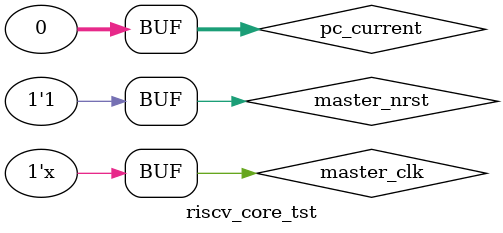
<source format=sv>
module riscv_core_tst();

	logic	[31:0]	pc_current;
	logic				master_clk;
	logic				master_nrst;
	logic	[31:0]	instruction;

	initial begin
		master_clk = 1'b0;
		master_nrst = 1'b0;
		pc_current = 32'b0;
	end

	always #5 master_clk = !master_clk;

	always begin
		#10 master_nrst = 1'b1;
		#50000;
	end

	riscv_core #(.WIDTH(32)) DUT
	(
		.master_clk (master_clk),
		.master_nrst (master_nrst),
		.instruction (instruction),
		.pc_current	(pc_current)
  );

endmodule

</source>
